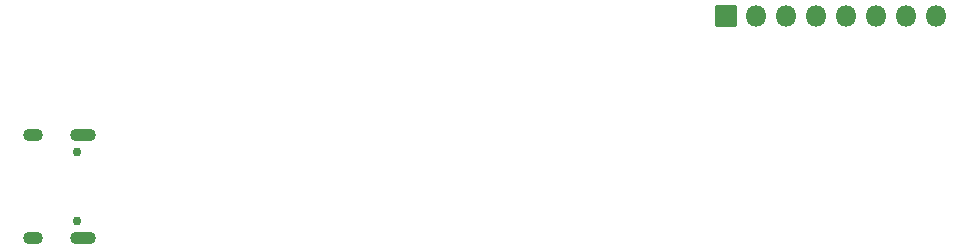
<source format=gbr>
%TF.GenerationSoftware,KiCad,Pcbnew,(6.0.9-0)*%
%TF.CreationDate,2023-03-15T21:38:29+08:00*%
%TF.ProjectId,Epaper-mcu,45706170-6572-42d6-9d63-752e6b696361,rev?*%
%TF.SameCoordinates,Original*%
%TF.FileFunction,Soldermask,Bot*%
%TF.FilePolarity,Negative*%
%FSLAX46Y46*%
G04 Gerber Fmt 4.6, Leading zero omitted, Abs format (unit mm)*
G04 Created by KiCad (PCBNEW (6.0.9-0)) date 2023-03-15 21:38:29*
%MOMM*%
%LPD*%
G01*
G04 APERTURE LIST*
G04 Aperture macros list*
%AMRoundRect*
0 Rectangle with rounded corners*
0 $1 Rounding radius*
0 $2 $3 $4 $5 $6 $7 $8 $9 X,Y pos of 4 corners*
0 Add a 4 corners polygon primitive as box body*
4,1,4,$2,$3,$4,$5,$6,$7,$8,$9,$2,$3,0*
0 Add four circle primitives for the rounded corners*
1,1,$1+$1,$2,$3*
1,1,$1+$1,$4,$5*
1,1,$1+$1,$6,$7*
1,1,$1+$1,$8,$9*
0 Add four rect primitives between the rounded corners*
20,1,$1+$1,$2,$3,$4,$5,0*
20,1,$1+$1,$4,$5,$6,$7,0*
20,1,$1+$1,$6,$7,$8,$9,0*
20,1,$1+$1,$8,$9,$2,$3,0*%
G04 Aperture macros list end*
%ADD10C,0.750000*%
%ADD11O,2.200000X1.100000*%
%ADD12O,1.700000X1.100000*%
%ADD13RoundRect,0.050000X0.850000X-0.850000X0.850000X0.850000X-0.850000X0.850000X-0.850000X-0.850000X0*%
%ADD14O,1.800000X1.800000*%
G04 APERTURE END LIST*
D10*
%TO.C,J1*%
X118225800Y-98938600D03*
X118225800Y-104718600D03*
D11*
X118725800Y-106148600D03*
X118725800Y-97508600D03*
D12*
X114545800Y-97508600D03*
X114545800Y-106148600D03*
%TD*%
D13*
%TO.C,J2*%
X173243000Y-87433000D03*
D14*
X175783000Y-87433000D03*
X178323000Y-87433000D03*
X180863000Y-87433000D03*
X183403000Y-87433000D03*
X185943000Y-87433000D03*
X188483000Y-87433000D03*
X191023000Y-87433000D03*
%TD*%
M02*

</source>
